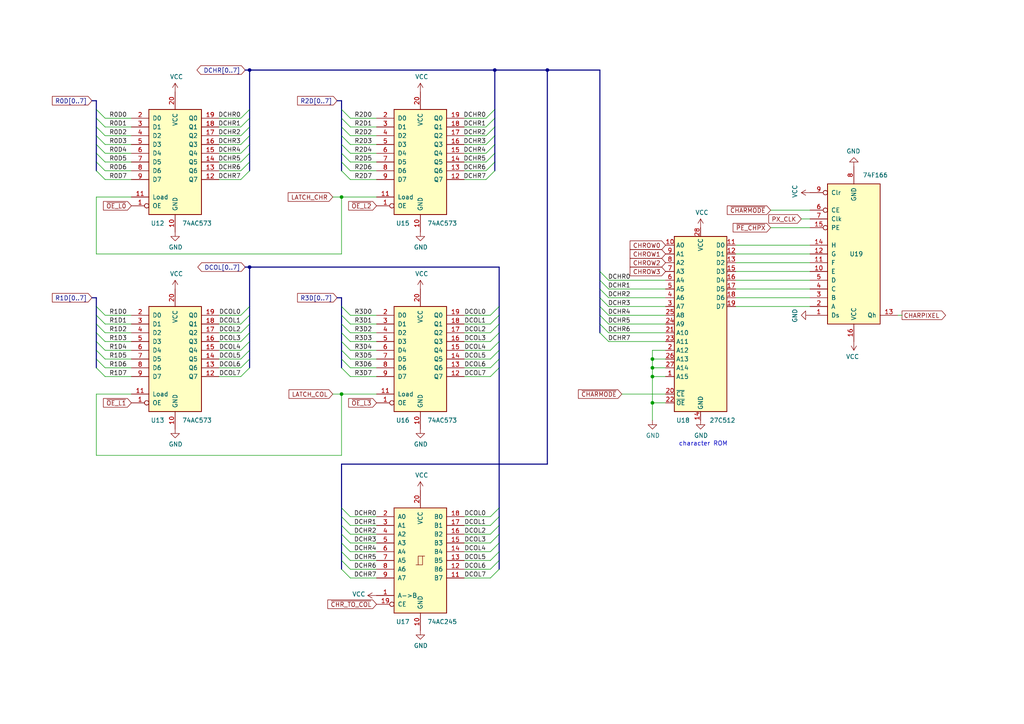
<source format=kicad_sch>
(kicad_sch (version 20230121) (generator eeschema)
  (paper "A4")
  (title_block (title "Mini8086 VGA board") (rev "1.1"))
  (lib_symbols
    (symbol "74xx:74HC245" (pin_names (offset 1.016))
      (property "Reference" "U" (at -7.62 16.51 0))
      (property "Value" "74HC245" (at -7.62 -16.51 0))
      (symbol "74HC245_1_0"
        (polyline (pts (xy -0.635 -1.27) (xy -0.635 1.27) (xy 0.635 1.27)))
        (polyline (pts (xy -1.27 -1.27) (xy 0.635 -1.27) (xy 0.635 1.27) (xy 1.27 1.27)))
        (pin input line (at -12.7 -10.16 0) (length 5.08) (name "A->B") (number "1"))
        (pin power_in line (at 0 -20.32 90) (length 5.08) (name "GND") (number "10"))
        (pin tri_state line (at 12.7 -5.08 180) (length 5.08) (name "B7") (number "11"))
        (pin tri_state line (at 12.7 -2.54 180) (length 5.08) (name "B6") (number "12"))
        (pin tri_state line (at 12.7 0 180) (length 5.08) (name "B5") (number "13"))
        (pin tri_state line (at 12.7 2.54 180) (length 5.08) (name "B4") (number "14"))
        (pin tri_state line (at 12.7 5.08 180) (length 5.08) (name "B3") (number "15"))
        (pin tri_state line (at 12.7 7.62 180) (length 5.08) (name "B2") (number "16"))
        (pin tri_state line (at 12.7 10.16 180) (length 5.08) (name "B1") (number "17"))
        (pin tri_state line (at 12.7 12.7 180) (length 5.08) (name "B0") (number "18"))
        (pin input inverted (at -12.7 -12.7 0) (length 5.08) (name "CE") (number "19"))
        (pin tri_state line (at -12.7 12.7 0) (length 5.08) (name "A0") (number "2"))
        (pin power_in line (at 0 20.32 270) (length 5.08) (name "VCC") (number "20"))
        (pin tri_state line (at -12.7 10.16 0) (length 5.08) (name "A1") (number "3"))
        (pin tri_state line (at -12.7 7.62 0) (length 5.08) (name "A2") (number "4"))
        (pin tri_state line (at -12.7 5.08 0) (length 5.08) (name "A3") (number "5"))
        (pin tri_state line (at -12.7 2.54 0) (length 5.08) (name "A4") (number "6"))
        (pin tri_state line (at -12.7 0 0) (length 5.08) (name "A5") (number "7"))
        (pin tri_state line (at -12.7 -2.54 0) (length 5.08) (name "A6") (number "8"))
        (pin tri_state line (at -12.7 -5.08 0) (length 5.08) (name "A7") (number "9"))
      )
      (symbol "74HC245_1_1"
        (rectangle (start -7.62 15.24) (end 7.62 -15.24) (stroke (width 0.254)) (fill (type background)))
      )
    )
    (symbol "74xx:74LS166" (pin_names (offset 1.016))
      (property "Reference" "U" (at -7.62 21.59 0))
      (property "Value" "74LS166" (at -7.62 -21.59 0))
      (symbol "74LS166_1_0"
        (pin input line (at -12.7 17.78 0) (length 5.08) (name "Ds") (number "1"))
        (pin input line (at -12.7 5.08 0) (length 5.08) (name "E") (number "10"))
        (pin input line (at -12.7 2.54 0) (length 5.08) (name "F") (number "11"))
        (pin input line (at -12.7 0 0) (length 5.08) (name "G") (number "12"))
        (pin output line (at 12.7 17.78 180) (length 5.08) (name "Qh") (number "13"))
        (pin input line (at -12.7 -2.54 0) (length 5.08) (name "H") (number "14"))
        (pin input inverted (at -12.7 -7.62 0) (length 5.08) (name "PE") (number "15"))
        (pin power_in line (at 0 25.4 270) (length 5.08) (name "VCC") (number "16"))
        (pin input line (at -12.7 15.24 0) (length 5.08) (name "A") (number "2"))
        (pin input line (at -12.7 12.7 0) (length 5.08) (name "B") (number "3"))
        (pin input line (at -12.7 10.16 0) (length 5.08) (name "C") (number "4"))
        (pin input line (at -12.7 7.62 0) (length 5.08) (name "D") (number "5"))
        (pin input inverted (at -12.7 -12.7 0) (length 5.08) (name "CE") (number "6"))
        (pin input line (at -12.7 -10.16 0) (length 5.08) (name "Clk") (number "7"))
        (pin power_in line (at 0 -25.4 90) (length 5.08) (name "GND") (number "8"))
        (pin input inverted (at -12.7 -17.78 0) (length 5.08) (name "Clr") (number "9"))
      )
      (symbol "74LS166_1_1"
        (rectangle (start -7.62 20.32) (end 7.62 -20.32) (stroke (width 0.254)) (fill (type background)))
      )
    )
    (symbol "74xx:74LS573" (pin_names (offset 1.016))
      (property "Reference" "U" (at -7.62 16.51 0))
      (property "Value" "74LS573" (at -7.62 -16.51 0))
      (symbol "74LS573_1_0"
        (pin input inverted (at -12.7 -12.7 0) (length 5.08) (name "OE") (number "1"))
        (pin power_in line (at 0 -20.32 90) (length 5.08) (name "GND") (number "10"))
        (pin input line (at -12.7 -10.16 0) (length 5.08) (name "Load") (number "11"))
        (pin tri_state line (at 12.7 -5.08 180) (length 5.08) (name "Q7") (number "12"))
        (pin tri_state line (at 12.7 -2.54 180) (length 5.08) (name "Q6") (number "13"))
        (pin tri_state line (at 12.7 0 180) (length 5.08) (name "Q5") (number "14"))
        (pin tri_state line (at 12.7 2.54 180) (length 5.08) (name "Q4") (number "15"))
        (pin tri_state line (at 12.7 5.08 180) (length 5.08) (name "Q3") (number "16"))
        (pin tri_state line (at 12.7 7.62 180) (length 5.08) (name "Q2") (number "17"))
        (pin tri_state line (at 12.7 10.16 180) (length 5.08) (name "Q1") (number "18"))
        (pin tri_state line (at 12.7 12.7 180) (length 5.08) (name "Q0") (number "19"))
        (pin input line (at -12.7 12.7 0) (length 5.08) (name "D0") (number "2"))
        (pin power_in line (at 0 20.32 270) (length 5.08) (name "VCC") (number "20"))
        (pin input line (at -12.7 10.16 0) (length 5.08) (name "D1") (number "3"))
        (pin input line (at -12.7 7.62 0) (length 5.08) (name "D2") (number "4"))
        (pin input line (at -12.7 5.08 0) (length 5.08) (name "D3") (number "5"))
        (pin input line (at -12.7 2.54 0) (length 5.08) (name "D4") (number "6"))
        (pin input line (at -12.7 0 0) (length 5.08) (name "D5") (number "7"))
        (pin input line (at -12.7 -2.54 0) (length 5.08) (name "D6") (number "8"))
        (pin input line (at -12.7 -5.08 0) (length 5.08) (name "D7") (number "9"))
      )
      (symbol "74LS573_1_1"
        (rectangle (start -7.62 15.24) (end 7.62 -15.24) (stroke (width 0.254)) (fill (type background)))
      )
    )
    (symbol "Memory_EPROM:27C512"
      (property "Reference" "U" (at -7.62 26.67 0))
      (property "Value" "27C512" (at 2.54 -26.67 0))
      (symbol "27C512_1_1"
        (rectangle (start -7.62 25.4) (end 7.62 -25.4) (stroke (width 0.254)) (fill (type background)))
        (pin input line (at -10.16 -15.24 0) (length 2.54) (name "A15") (number "1"))
        (pin input line (at -10.16 22.86 0) (length 2.54) (name "A0") (number "10"))
        (pin tri_state line (at 10.16 22.86 180) (length 2.54) (name "D0") (number "11"))
        (pin tri_state line (at 10.16 20.32 180) (length 2.54) (name "D1") (number "12"))
        (pin tri_state line (at 10.16 17.78 180) (length 2.54) (name "D2") (number "13"))
        (pin power_in line (at 0 -27.94 90) (length 2.54) (name "GND") (number "14"))
        (pin tri_state line (at 10.16 15.24 180) (length 2.54) (name "D3") (number "15"))
        (pin tri_state line (at 10.16 12.7 180) (length 2.54) (name "D4") (number "16"))
        (pin tri_state line (at 10.16 10.16 180) (length 2.54) (name "D5") (number "17"))
        (pin tri_state line (at 10.16 7.62 180) (length 2.54) (name "D6") (number "18"))
        (pin tri_state line (at 10.16 5.08 180) (length 2.54) (name "D7") (number "19"))
        (pin input line (at -10.16 -7.62 0) (length 2.54) (name "A12") (number "2"))
        (pin input line (at -10.16 -20.32 0) (length 2.54) (name "~{CE}") (number "20"))
        (pin input line (at -10.16 -2.54 0) (length 2.54) (name "A10") (number "21"))
        (pin input line (at -10.16 -22.86 0) (length 2.54) (name "~{OE}") (number "22"))
        (pin input line (at -10.16 -5.08 0) (length 2.54) (name "A11") (number "23"))
        (pin input line (at -10.16 0 0) (length 2.54) (name "A9") (number "24"))
        (pin input line (at -10.16 2.54 0) (length 2.54) (name "A8") (number "25"))
        (pin input line (at -10.16 -10.16 0) (length 2.54) (name "A13") (number "26"))
        (pin input line (at -10.16 -12.7 0) (length 2.54) (name "A14") (number "27"))
        (pin power_in line (at 0 27.94 270) (length 2.54) (name "VCC") (number "28"))
        (pin input line (at -10.16 5.08 0) (length 2.54) (name "A7") (number "3"))
        (pin input line (at -10.16 7.62 0) (length 2.54) (name "A6") (number "4"))
        (pin input line (at -10.16 10.16 0) (length 2.54) (name "A5") (number "5"))
        (pin input line (at -10.16 12.7 0) (length 2.54) (name "A4") (number "6"))
        (pin input line (at -10.16 15.24 0) (length 2.54) (name "A3") (number "7"))
        (pin input line (at -10.16 17.78 0) (length 2.54) (name "A2") (number "8"))
        (pin input line (at -10.16 20.32 0) (length 2.54) (name "A1") (number "9"))
      )
    )
    (symbol "power:GND" (power) (pin_names (offset 0))
      (property "Value" "GND" (at 0 -3.81 0))
      (symbol "GND_0_1"
        (polyline (pts (xy 0 0) (xy 0 -1.27) (xy 1.27 -1.27) (xy 0 -2.54) (xy -1.27 -1.27) (xy 0 -1.27)))
      )
      (symbol "GND_1_1"
        (pin power_in line (at 0 0 270) (length 0) hide (name "GND") (number "1"))
      )
    )
    (symbol "power:VCC" (power) (pin_names (offset 0))
      (property "Value" "VCC" (at 0 3.81 0))
      (symbol "VCC_0_1"
        (polyline (pts (xy -0.762 1.27) (xy 0 2.54)))
        (polyline (pts (xy 0 0) (xy 0 2.54)))
        (polyline (pts (xy 0 2.54) (xy 0.762 1.27)))
      )
      (symbol "VCC_1_1"
        (pin power_in line (at 0 0 90) (length 0) hide (name "VCC") (number "1"))
      )
    )
  )
  (junction (at 72.39 77.47))
  (junction (at 158.75 20.32))
  (junction (at 189.23 109.22))
  (junction (at 189.23 116.84))
  (junction (at 72.39 20.32))
  (junction (at 189.23 106.68))
  (junction (at 143.51 20.32))
  (junction (at 189.23 104.14))
  (junction (at 99.06 114.3))
  (junction (at 99.06 57.15))
  (bus_entry (at 27.94 36.83) (size 2.54 2.54))
  (bus_entry (at 99.06 104.14) (size 2.54 2.54))
  (bus_entry (at 27.94 44.45) (size 2.54 2.54))
  (bus_entry (at 144.78 96.52) (size -2.54 2.54))
  (bus_entry (at 99.06 99.06) (size 2.54 2.54))
  (bus_entry (at 72.39 34.29) (size -2.54 2.54))
  (bus_entry (at 99.06 157.48) (size 2.54 2.54))
  (bus_entry (at 99.06 96.52) (size 2.54 2.54))
  (bus_entry (at 99.06 44.45) (size 2.54 2.54))
  (bus_entry (at 72.39 91.44) (size -2.54 2.54))
  (bus_entry (at 27.94 101.6) (size 2.54 2.54))
  (bus_entry (at 173.99 83.82) (size 2.54 2.54))
  (bus_entry (at 173.99 86.36) (size 2.54 2.54))
  (bus_entry (at 99.06 147.32) (size 2.54 2.54))
  (bus_entry (at 27.94 39.37) (size 2.54 2.54))
  (bus_entry (at 72.39 93.98) (size -2.54 2.54))
  (bus_entry (at 144.78 88.9) (size -2.54 2.54))
  (bus_entry (at 144.78 157.48) (size -2.54 2.54))
  (bus_entry (at 99.06 36.83) (size 2.54 2.54))
  (bus_entry (at 27.94 93.98) (size 2.54 2.54))
  (bus_entry (at 99.06 160.02) (size 2.54 2.54))
  (bus_entry (at 144.78 149.86) (size -2.54 2.54))
  (bus_entry (at 144.78 101.6) (size -2.54 2.54))
  (bus_entry (at 143.51 49.53) (size -2.54 2.54))
  (bus_entry (at 99.06 162.56) (size 2.54 2.54))
  (bus_entry (at 99.06 31.75) (size 2.54 2.54))
  (bus_entry (at 143.51 41.91) (size -2.54 2.54))
  (bus_entry (at 99.06 39.37) (size 2.54 2.54))
  (bus_entry (at 72.39 44.45) (size -2.54 2.54))
  (bus_entry (at 173.99 91.44) (size 2.54 2.54))
  (bus_entry (at 27.94 31.75) (size 2.54 2.54))
  (bus_entry (at 143.51 46.99) (size -2.54 2.54))
  (bus_entry (at 143.51 36.83) (size -2.54 2.54))
  (bus_entry (at 99.06 91.44) (size 2.54 2.54))
  (bus_entry (at 144.78 160.02) (size -2.54 2.54))
  (bus_entry (at 144.78 152.4) (size -2.54 2.54))
  (bus_entry (at 99.06 34.29) (size 2.54 2.54))
  (bus_entry (at 144.78 106.68) (size -2.54 2.54))
  (bus_entry (at 99.06 93.98) (size 2.54 2.54))
  (bus_entry (at 99.06 46.99) (size 2.54 2.54))
  (bus_entry (at 27.94 49.53) (size 2.54 2.54))
  (bus_entry (at 72.39 88.9) (size -2.54 2.54))
  (bus_entry (at 173.99 96.52) (size 2.54 2.54))
  (bus_entry (at 99.06 101.6) (size 2.54 2.54))
  (bus_entry (at 99.06 152.4) (size 2.54 2.54))
  (bus_entry (at 72.39 36.83) (size -2.54 2.54))
  (bus_entry (at 27.94 46.99) (size 2.54 2.54))
  (bus_entry (at 27.94 104.14) (size 2.54 2.54))
  (bus_entry (at 173.99 78.74) (size 2.54 2.54))
  (bus_entry (at 99.06 149.86) (size 2.54 2.54))
  (bus_entry (at 173.99 93.98) (size 2.54 2.54))
  (bus_entry (at 72.39 41.91) (size -2.54 2.54))
  (bus_entry (at 72.39 106.68) (size -2.54 2.54))
  (bus_entry (at 143.51 39.37) (size -2.54 2.54))
  (bus_entry (at 99.06 49.53) (size 2.54 2.54))
  (bus_entry (at 173.99 88.9) (size 2.54 2.54))
  (bus_entry (at 72.39 104.14) (size -2.54 2.54))
  (bus_entry (at 99.06 106.68) (size 2.54 2.54))
  (bus_entry (at 144.78 154.94) (size -2.54 2.54))
  (bus_entry (at 99.06 41.91) (size 2.54 2.54))
  (bus_entry (at 27.94 34.29) (size 2.54 2.54))
  (bus_entry (at 27.94 88.9) (size 2.54 2.54))
  (bus_entry (at 99.06 165.1) (size 2.54 2.54))
  (bus_entry (at 144.78 147.32) (size -2.54 2.54))
  (bus_entry (at 144.78 165.1) (size -2.54 2.54))
  (bus_entry (at 144.78 162.56) (size -2.54 2.54))
  (bus_entry (at 72.39 96.52) (size -2.54 2.54))
  (bus_entry (at 72.39 49.53) (size -2.54 2.54))
  (bus_entry (at 27.94 99.06) (size 2.54 2.54))
  (bus_entry (at 144.78 93.98) (size -2.54 2.54))
  (bus_entry (at 99.06 88.9) (size 2.54 2.54))
  (bus_entry (at 72.39 31.75) (size -2.54 2.54))
  (bus_entry (at 144.78 91.44) (size -2.54 2.54))
  (bus_entry (at 27.94 91.44) (size 2.54 2.54))
  (bus_entry (at 27.94 106.68) (size 2.54 2.54))
  (bus_entry (at 143.51 34.29) (size -2.54 2.54))
  (bus_entry (at 173.99 81.28) (size 2.54 2.54))
  (bus_entry (at 72.39 39.37) (size -2.54 2.54))
  (bus_entry (at 144.78 104.14) (size -2.54 2.54))
  (bus_entry (at 72.39 99.06) (size -2.54 2.54))
  (bus_entry (at 27.94 41.91) (size 2.54 2.54))
  (bus_entry (at 72.39 46.99) (size -2.54 2.54))
  (bus_entry (at 143.51 44.45) (size -2.54 2.54))
  (bus_entry (at 72.39 101.6) (size -2.54 2.54))
  (bus_entry (at 99.06 154.94) (size 2.54 2.54))
  (bus_entry (at 27.94 96.52) (size 2.54 2.54))
  (bus_entry (at 143.51 31.75) (size -2.54 2.54))
  (bus_entry (at 144.78 99.06) (size -2.54 2.54))
  (bus (pts (xy 144.78 157.48) (xy 144.78 160.02)))
  (wire (pts (xy 30.48 96.52) (xy 38.1 96.52)))
  (bus (pts (xy 72.39 91.44) (xy 72.39 93.98)))
  (wire (pts (xy 109.22 93.98) (xy 101.6 93.98)))
  (bus (pts (xy 72.39 44.45) (xy 72.39 46.99)))
  (bus (pts (xy 72.39 96.52) (xy 72.39 99.06)))
  (wire (pts (xy 109.22 36.83) (xy 101.6 36.83)))
  (wire (pts (xy 27.94 132.08) (xy 99.06 132.08)))
  (bus (pts (xy 144.78 162.56) (xy 144.78 165.1)))
  (wire (pts (xy 63.5 109.22) (xy 69.85 109.22)))
  (bus (pts (xy 144.78 152.4) (xy 144.78 154.94)))
  (bus (pts (xy 27.94 36.83) (xy 27.94 39.37)))
  (wire (pts (xy 180.34 114.3) (xy 193.04 114.3)))
  (bus (pts (xy 27.94 31.75) (xy 27.94 34.29)))
  (wire (pts (xy 234.95 71.12) (xy 213.36 71.12)))
  (bus (pts (xy 144.78 77.47) (xy 144.78 88.9)))
  (bus (pts (xy 143.51 20.32) (xy 72.39 20.32)))
  (wire (pts (xy 142.24 152.4) (xy 134.62 152.4)))
  (bus (pts (xy 99.06 162.56) (xy 99.06 165.1)))
  (wire (pts (xy 193.04 109.22) (xy 189.23 109.22)))
  (wire (pts (xy 260.35 91.44) (xy 261.62 91.44)))
  (bus (pts (xy 99.06 152.4) (xy 99.06 154.94)))
  (bus (pts (xy 27.94 96.52) (xy 27.94 99.06)))
  (wire (pts (xy 134.62 36.83) (xy 140.97 36.83)))
  (bus (pts (xy 144.78 149.86) (xy 144.78 152.4)))
  (wire (pts (xy 99.06 57.15) (xy 109.22 57.15)))
  (wire (pts (xy 234.95 76.2) (xy 213.36 76.2)))
  (wire (pts (xy 99.06 132.08) (xy 99.06 114.3)))
  (bus (pts (xy 99.06 157.48) (xy 99.06 160.02)))
  (wire (pts (xy 134.62 93.98) (xy 142.24 93.98)))
  (wire (pts (xy 109.22 99.06) (xy 101.6 99.06)))
  (wire (pts (xy 193.04 86.36) (xy 176.53 86.36)))
  (bus (pts (xy 158.75 134.62) (xy 99.06 134.62)))
  (wire (pts (xy 101.6 162.56) (xy 109.22 162.56)))
  (wire (pts (xy 193.04 93.98) (xy 176.53 93.98)))
  (bus (pts (xy 158.75 20.32) (xy 158.75 134.62)))
  (wire (pts (xy 69.85 49.53) (xy 63.5 49.53)))
  (wire (pts (xy 109.22 41.91) (xy 101.6 41.91)))
  (bus (pts (xy 173.99 86.36) (xy 173.99 88.9)))
  (bus (pts (xy 143.51 34.29) (xy 143.51 36.83)))
  (wire (pts (xy 30.48 91.44) (xy 38.1 91.44)))
  (wire (pts (xy 142.24 157.48) (xy 134.62 157.48)))
  (wire (pts (xy 193.04 116.84) (xy 189.23 116.84)))
  (wire (pts (xy 30.48 106.68) (xy 38.1 106.68)))
  (bus (pts (xy 143.51 20.32) (xy 143.51 31.75)))
  (wire (pts (xy 134.62 96.52) (xy 142.24 96.52)))
  (bus (pts (xy 72.39 99.06) (xy 72.39 101.6)))
  (wire (pts (xy 109.22 160.02) (xy 101.6 160.02)))
  (bus (pts (xy 99.06 46.99) (xy 99.06 49.53)))
  (wire (pts (xy 38.1 109.22) (xy 30.48 109.22)))
  (wire (pts (xy 134.62 104.14) (xy 142.24 104.14)))
  (bus (pts (xy 27.94 39.37) (xy 27.94 41.91)))
  (wire (pts (xy 193.04 106.68) (xy 189.23 106.68)))
  (bus (pts (xy 72.39 31.75) (xy 72.39 34.29)))
  (wire (pts (xy 193.04 83.82) (xy 176.53 83.82)))
  (wire (pts (xy 63.5 99.06) (xy 69.85 99.06)))
  (bus (pts (xy 99.06 88.9) (xy 99.06 91.44)))
  (bus (pts (xy 144.78 93.98) (xy 144.78 96.52)))
  (wire (pts (xy 189.23 104.14) (xy 189.23 106.68)))
  (wire (pts (xy 193.04 88.9) (xy 176.53 88.9)))
  (wire (pts (xy 193.04 91.44) (xy 176.53 91.44)))
  (bus (pts (xy 27.94 91.44) (xy 27.94 93.98)))
  (bus (pts (xy 99.06 29.21) (xy 97.79 29.21)))
  (bus (pts (xy 27.94 46.99) (xy 27.94 49.53)))
  (wire (pts (xy 30.48 49.53) (xy 38.1 49.53)))
  (wire (pts (xy 134.62 99.06) (xy 142.24 99.06)))
  (wire (pts (xy 142.24 106.68) (xy 134.62 106.68)))
  (bus (pts (xy 27.94 29.21) (xy 26.67 29.21)))
  (wire (pts (xy 134.62 165.1) (xy 142.24 165.1)))
  (bus (pts (xy 144.78 88.9) (xy 144.78 91.44)))
  (wire (pts (xy 101.6 96.52) (xy 109.22 96.52)))
  (bus (pts (xy 72.39 77.47) (xy 72.39 88.9)))
  (bus (pts (xy 143.51 39.37) (xy 143.51 41.91)))
  (bus (pts (xy 144.78 101.6) (xy 144.78 104.14)))
  (wire (pts (xy 38.1 57.15) (xy 27.94 57.15)))
  (bus (pts (xy 27.94 99.06) (xy 27.94 101.6)))
  (bus (pts (xy 99.06 41.91) (xy 99.06 44.45)))
  (wire (pts (xy 134.62 39.37) (xy 140.97 39.37)))
  (bus (pts (xy 99.06 149.86) (xy 99.06 152.4)))
  (wire (pts (xy 193.04 81.28) (xy 176.53 81.28)))
  (wire (pts (xy 193.04 96.52) (xy 176.53 96.52)))
  (wire (pts (xy 101.6 91.44) (xy 109.22 91.44)))
  (bus (pts (xy 99.06 101.6) (xy 99.06 104.14)))
  (bus (pts (xy 143.51 31.75) (xy 143.51 34.29)))
  (bus (pts (xy 72.39 41.91) (xy 72.39 44.45)))
  (wire (pts (xy 63.5 96.52) (xy 69.85 96.52)))
  (wire (pts (xy 27.94 57.15) (xy 27.94 73.66)))
  (wire (pts (xy 189.23 106.68) (xy 189.23 109.22)))
  (bus (pts (xy 27.94 44.45) (xy 27.94 46.99)))
  (wire (pts (xy 213.36 83.82) (xy 234.95 83.82)))
  (bus (pts (xy 144.78 96.52) (xy 144.78 99.06)))
  (wire (pts (xy 189.23 101.6) (xy 189.23 104.14)))
  (bus (pts (xy 99.06 29.21) (xy 99.06 31.75)))
  (wire (pts (xy 63.5 39.37) (xy 69.85 39.37)))
  (wire (pts (xy 234.95 63.5) (xy 232.41 63.5)))
  (bus (pts (xy 99.06 31.75) (xy 99.06 34.29)))
  (wire (pts (xy 101.6 39.37) (xy 109.22 39.37)))
  (wire (pts (xy 234.95 86.36) (xy 213.36 86.36)))
  (wire (pts (xy 189.23 109.22) (xy 189.23 116.84)))
  (wire (pts (xy 63.5 91.44) (xy 69.85 91.44)))
  (wire (pts (xy 63.5 104.14) (xy 69.85 104.14)))
  (wire (pts (xy 142.24 149.86) (xy 134.62 149.86)))
  (wire (pts (xy 109.22 52.07) (xy 101.6 52.07)))
  (wire (pts (xy 38.1 104.14) (xy 30.48 104.14)))
  (wire (pts (xy 27.94 73.66) (xy 99.06 73.66)))
  (wire (pts (xy 109.22 149.86) (xy 101.6 149.86)))
  (wire (pts (xy 30.48 101.6) (xy 38.1 101.6)))
  (wire (pts (xy 38.1 41.91) (xy 30.48 41.91)))
  (wire (pts (xy 30.48 39.37) (xy 38.1 39.37)))
  (bus (pts (xy 173.99 81.28) (xy 173.99 83.82)))
  (bus (pts (xy 99.06 36.83) (xy 99.06 39.37)))
  (bus (pts (xy 72.39 88.9) (xy 72.39 91.44)))
  (bus (pts (xy 99.06 93.98) (xy 99.06 96.52)))
  (bus (pts (xy 144.78 160.02) (xy 144.78 162.56)))
  (bus (pts (xy 99.06 104.14) (xy 99.06 106.68)))
  (wire (pts (xy 134.62 109.22) (xy 142.24 109.22)))
  (bus (pts (xy 144.78 91.44) (xy 144.78 93.98)))
  (bus (pts (xy 27.94 88.9) (xy 27.94 91.44)))
  (wire (pts (xy 134.62 41.91) (xy 140.97 41.91)))
  (bus (pts (xy 72.39 77.47) (xy 71.12 77.47)))
  (bus (pts (xy 27.94 93.98) (xy 27.94 96.52)))
  (wire (pts (xy 189.23 116.84) (xy 189.23 121.92)))
  (wire (pts (xy 134.62 160.02) (xy 142.24 160.02)))
  (wire (pts (xy 96.52 114.3) (xy 99.06 114.3)))
  (bus (pts (xy 144.78 104.14) (xy 144.78 106.68)))
  (bus (pts (xy 173.99 91.44) (xy 173.99 93.98)))
  (bus (pts (xy 27.94 101.6) (xy 27.94 104.14)))
  (bus (pts (xy 72.39 20.32) (xy 71.12 20.32)))
  (wire (pts (xy 96.52 57.15) (xy 99.06 57.15)))
  (wire (pts (xy 193.04 99.06) (xy 176.53 99.06)))
  (bus (pts (xy 173.99 83.82) (xy 173.99 86.36)))
  (bus (pts (xy 144.78 154.94) (xy 144.78 157.48)))
  (wire (pts (xy 140.97 44.45) (xy 134.62 44.45)))
  (wire (pts (xy 27.94 114.3) (xy 38.1 114.3)))
  (bus (pts (xy 72.39 20.32) (xy 72.39 31.75)))
  (wire (pts (xy 134.62 91.44) (xy 142.24 91.44)))
  (wire (pts (xy 101.6 106.68) (xy 109.22 106.68)))
  (wire (pts (xy 134.62 52.07) (xy 140.97 52.07)))
  (wire (pts (xy 234.95 66.04) (xy 223.52 66.04)))
  (wire (pts (xy 101.6 152.4) (xy 109.22 152.4)))
  (bus (pts (xy 72.39 46.99) (xy 72.39 49.53)))
  (wire (pts (xy 193.04 101.6) (xy 189.23 101.6)))
  (wire (pts (xy 109.22 165.1) (xy 101.6 165.1)))
  (bus (pts (xy 173.99 20.32) (xy 158.75 20.32)))
  (wire (pts (xy 38.1 46.99) (xy 30.48 46.99)))
  (bus (pts (xy 72.39 34.29) (xy 72.39 36.83)))
  (bus (pts (xy 27.94 29.21) (xy 27.94 31.75)))
  (wire (pts (xy 101.6 101.6) (xy 109.22 101.6)))
  (bus (pts (xy 173.99 93.98) (xy 173.99 96.52)))
  (bus (pts (xy 99.06 96.52) (xy 99.06 99.06)))
  (wire (pts (xy 63.5 41.91) (xy 69.85 41.91)))
  (wire (pts (xy 142.24 101.6) (xy 134.62 101.6)))
  (bus (pts (xy 143.51 44.45) (xy 143.51 46.99)))
  (wire (pts (xy 63.5 93.98) (xy 69.85 93.98)))
  (bus (pts (xy 158.75 20.32) (xy 143.51 20.32)))
  (bus (pts (xy 99.06 34.29) (xy 99.06 36.83)))
  (bus (pts (xy 99.06 134.62) (xy 99.06 147.32)))
  (wire (pts (xy 193.04 104.14) (xy 189.23 104.14)))
  (bus (pts (xy 99.06 44.45) (xy 99.06 46.99)))
  (wire (pts (xy 63.5 34.29) (xy 69.85 34.29)))
  (bus (pts (xy 173.99 88.9) (xy 173.99 91.44)))
  (wire (pts (xy 69.85 44.45) (xy 63.5 44.45)))
  (bus (pts (xy 99.06 99.06) (xy 99.06 101.6)))
  (wire (pts (xy 38.1 93.98) (xy 30.48 93.98)))
  (bus (pts (xy 144.78 99.06) (xy 144.78 101.6)))
  (bus (pts (xy 72.39 93.98) (xy 72.39 96.52)))
  (wire (pts (xy 63.5 46.99) (xy 69.85 46.99)))
  (wire (pts (xy 99.06 73.66) (xy 99.06 57.15)))
  (wire (pts (xy 101.6 167.64) (xy 109.22 167.64)))
  (bus (pts (xy 99.06 86.36) (xy 97.79 86.36)))
  (bus (pts (xy 72.39 104.14) (xy 72.39 106.68)))
  (wire (pts (xy 101.6 44.45) (xy 109.22 44.45)))
  (wire (pts (xy 134.62 154.94) (xy 142.24 154.94)))
  (wire (pts (xy 134.62 34.29) (xy 140.97 34.29)))
  (wire (pts (xy 101.6 157.48) (xy 109.22 157.48)))
  (wire (pts (xy 134.62 46.99) (xy 140.97 46.99)))
  (wire (pts (xy 109.22 109.22) (xy 101.6 109.22)))
  (bus (pts (xy 173.99 20.32) (xy 173.99 78.74)))
  (wire (pts (xy 109.22 154.94) (xy 101.6 154.94)))
  (bus (pts (xy 27.94 34.29) (xy 27.94 36.83)))
  (bus (pts (xy 26.67 86.36) (xy 27.94 86.36)))
  (wire (pts (xy 38.1 36.83) (xy 30.48 36.83)))
  (wire (pts (xy 27.94 114.3) (xy 27.94 132.08)))
  (wire (pts (xy 101.6 49.53) (xy 109.22 49.53)))
  (wire (pts (xy 69.85 106.68) (xy 63.5 106.68)))
  (bus (pts (xy 143.51 41.91) (xy 143.51 44.45)))
  (wire (pts (xy 63.5 52.07) (xy 69.85 52.07)))
  (bus (pts (xy 99.06 91.44) (xy 99.06 93.98)))
  (wire (pts (xy 101.6 34.29) (xy 109.22 34.29)))
  (bus (pts (xy 99.06 154.94) (xy 99.06 157.48)))
  (bus (pts (xy 27.94 104.14) (xy 27.94 106.68)))
  (wire (pts (xy 109.22 114.3) (xy 99.06 114.3)))
  (wire (pts (xy 140.97 49.53) (xy 134.62 49.53)))
  (bus (pts (xy 144.78 147.32) (xy 144.78 149.86)))
  (wire (pts (xy 213.36 73.66) (xy 234.95 73.66)))
  (wire (pts (xy 109.22 104.14) (xy 101.6 104.14)))
  (wire (pts (xy 38.1 99.06) (xy 30.48 99.06)))
  (wire (pts (xy 30.48 34.29) (xy 38.1 34.29)))
  (wire (pts (xy 38.1 52.07) (xy 30.48 52.07)))
  (bus (pts (xy 99.06 160.02) (xy 99.06 162.56)))
  (bus (pts (xy 173.99 78.74) (xy 173.99 81.28)))
  (wire (pts (xy 142.24 167.64) (xy 134.62 167.64)))
  (wire (pts (xy 69.85 101.6) (xy 63.5 101.6)))
  (bus (pts (xy 72.39 39.37) (xy 72.39 41.91)))
  (bus (pts (xy 72.39 36.83) (xy 72.39 39.37)))
  (bus (pts (xy 72.39 77.47) (xy 144.78 77.47)))
  (bus (pts (xy 143.51 36.83) (xy 143.51 39.37)))
  (wire (pts (xy 63.5 36.83) (xy 69.85 36.83)))
  (bus (pts (xy 144.78 106.68) (xy 144.78 147.32)))
  (bus (pts (xy 72.39 101.6) (xy 72.39 104.14)))
  (wire (pts (xy 30.48 44.45) (xy 38.1 44.45)))
  (wire (pts (xy 234.95 60.96) (xy 223.52 60.96)))
  (wire (pts (xy 109.22 46.99) (xy 101.6 46.99)))
  (bus (pts (xy 99.06 39.37) (xy 99.06 41.91)))
  (wire (pts (xy 234.95 88.9) (xy 213.36 88.9)))
  (bus (pts (xy 99.06 86.36) (xy 99.06 88.9)))
  (wire (pts (xy 234.95 81.28) (xy 213.36 81.28)))
  (wire (pts (xy 142.24 162.56) (xy 134.62 162.56)))
  (bus (pts (xy 27.94 86.36) (xy 27.94 88.9)))
  (bus (pts (xy 99.06 147.32) (xy 99.06 149.86)))
  (wire (pts (xy 213.36 78.74) (xy 234.95 78.74)))
  (bus (pts (xy 27.94 41.91) (xy 27.94 44.45)))
  (bus (pts (xy 143.51 46.99) (xy 143.51 49.53)))
  (text "character ROM" (at 196.85 129.54 0) (effects (font (size 1.27 1.27)) (justify left bottom)))
  (label "R3D6" (at 107.95 106.68 180))
  (label "DCOL3" (at 140.97 157.48 180))
  (label "DCOL2" (at 140.97 96.52 180))
  (label "R0D2" (at 36.83 39.37 180))
  (label "DCHR1" (at 69.85 36.83 180))
  (label "DCHR5" (at 140.97 46.99 180))
  (label "R3D0" (at 107.95 91.44 180))
  (label "R1D7" (at 36.83 109.22 180))
  (label "DCHR0" (at 182.88 81.28 180))
  (label "R2D6" (at 107.95 49.53 180))
  (label "DCHR7" (at 109.22 167.64 180))
  (label "DCOL1" (at 140.97 93.98 180))
  (label "DCOL4" (at 140.97 101.6 180))
  (label "DCHR5" (at 182.88 93.98 180))
  (label "DCHR4" (at 140.97 44.45 180))
  (label "DCHR2" (at 109.22 154.94 180))
  (label "DCHR2" (at 69.85 39.37 180))
  (label "R3D7" (at 107.95 109.22 180))
  (label "R2D7" (at 107.95 52.07 180))
  (label "R1D3" (at 36.83 99.06 180))
  (label "R3D1" (at 107.95 93.98 180))
  (label "DCOL4" (at 69.85 101.6 180))
  (label "R1D1" (at 36.83 93.98 180))
  (label "R1D6" (at 36.83 106.68 180))
  (label "DCHR3" (at 140.97 41.91 180))
  (label "DCHR1" (at 182.88 83.82 180))
  (label "R0D6" (at 36.83 49.53 180))
  (label "DCOL3" (at 140.97 99.06 180))
  (label "DCOL5" (at 69.85 104.14 180))
  (label "R0D5" (at 36.83 46.99 180))
  (label "DCOL2" (at 69.85 96.52 180))
  (label "R0D3" (at 36.83 41.91 180))
  (label "R2D3" (at 107.95 41.91 180))
  (label "R2D4" (at 107.95 44.45 180))
  (label "DCOL2" (at 140.97 154.94 180))
  (label "DCHR0" (at 140.97 34.29 180))
  (label "DCHR6" (at 140.97 49.53 180))
  (label "DCOL0" (at 69.85 91.44 180))
  (label "R1D2" (at 36.83 96.52 180))
  (label "R2D0" (at 107.95 34.29 180))
  (label "R0D4" (at 36.83 44.45 180))
  (label "DCOL6" (at 140.97 106.68 180))
  (label "DCHR1" (at 109.22 152.4 180))
  (label "R3D2" (at 107.95 96.52 180))
  (label "R2D1" (at 107.95 36.83 180))
  (label "DCOL6" (at 140.97 165.1 180))
  (label "DCHR4" (at 109.22 160.02 180))
  (label "DCOL3" (at 69.85 99.06 180))
  (label "R0D0" (at 36.83 34.29 180))
  (label "DCHR3" (at 69.85 41.91 180))
  (label "R3D3" (at 107.95 99.06 180))
  (label "R1D0" (at 36.83 91.44 180))
  (label "DCOL1" (at 140.97 152.4 180))
  (label "R1D5" (at 36.83 104.14 180))
  (label "DCOL5" (at 140.97 162.56 180))
  (label "DCHR0" (at 109.22 149.86 180))
  (label "DCHR3" (at 109.22 157.48 180))
  (label "DCHR2" (at 140.97 39.37 180))
  (label "DCHR4" (at 69.85 44.45 180))
  (label "DCHR3" (at 182.88 88.9 180))
  (label "DCHR1" (at 140.97 36.83 180))
  (label "DCHR5" (at 69.85 46.99 180))
  (label "DCHR4" (at 182.88 91.44 180))
  (label "R1D4" (at 36.83 101.6 180))
  (label "R2D2" (at 107.95 39.37 180))
  (label "DCOL5" (at 140.97 104.14 180))
  (label "R2D5" (at 107.95 46.99 180))
  (label "DCOL6" (at 69.85 106.68 180))
  (label "DCHR6" (at 109.22 165.1 180))
  (label "DCHR5" (at 109.22 162.56 180))
  (label "DCHR7" (at 182.88 99.06 180))
  (label "DCOL7" (at 140.97 167.64 180))
  (label "DCHR6" (at 69.85 49.53 180))
  (label "DCOL1" (at 69.85 93.98 180))
  (label "R3D5" (at 107.95 104.14 180))
  (label "DCHR7" (at 69.85 52.07 180))
  (label "DCOL4" (at 140.97 160.02 180))
  (label "R0D1" (at 36.83 36.83 180))
  (label "DCHR2" (at 182.88 86.36 180))
  (label "DCHR7" (at 140.97 52.07 180))
  (label "DCOL0" (at 140.97 149.86 180))
  (label "R3D4" (at 107.95 101.6 180))
  (label "DCOL0" (at 140.97 91.44 180))
  (label "DCOL7" (at 140.97 109.22 180))
  (label "DCHR0" (at 69.85 34.29 180))
  (label "DCOL7" (at 69.85 109.22 180))
  (label "R0D7" (at 36.83 52.07 180))
  (label "DCHR6" (at 182.88 96.52 180))
  (global_label "CHARPIXEL" (shape output) (at 261.62 91.44 0) (property "Intersheetrefs" "${INTERSHEET_REFS}" (effects hide)))
  (global_label "R1D[0..7]" (shape input) (at 26.67 86.36 180) (property "Intersheetrefs" "${INTERSHEET_REFS}" (effects hide)))
  (global_label "LATCH_CHR" (shape input) (at 96.52 57.15 180) (property "Intersheetrefs" "${INTERSHEET_REFS}" (effects hide)))
  (global_label "CHROW1" (shape input) (at 193.04 73.66 180) (property "Intersheetrefs" "${INTERSHEET_REFS}" (effects hide)))
  (global_label "CHROW3" (shape input) (at 193.04 78.74 180) (property "Intersheetrefs" "${INTERSHEET_REFS}" (effects hide)))
  (global_label "LATCH_COL" (shape input) (at 96.52 114.3 180) (property "Intersheetrefs" "${INTERSHEET_REFS}" (effects hide)))
  (global_label "R2D[0..7]" (shape input) (at 97.79 29.21 180) (property "Intersheetrefs" "${INTERSHEET_REFS}" (effects hide)))
  (global_label "~{PE_CHPX}" (shape input) (at 223.52 66.04 180) (property "Intersheetrefs" "${INTERSHEET_REFS}" (effects hide)))
  (global_label "PX_CLK" (shape input) (at 232.41 63.5 180) (property "Intersheetrefs" "${INTERSHEET_REFS}" (effects hide)))
  (global_label "R0D[0..7]" (shape input) (at 26.67 29.21 180) (property "Intersheetrefs" "${INTERSHEET_REFS}" (effects hide)))
  (global_label "~{OE_L1}" (shape input) (at 38.1 116.84 180) (property "Intersheetrefs" "${INTERSHEET_REFS}" (effects hide)))
  (global_label "CHROW2" (shape input) (at 193.04 76.2 180) (property "Intersheetrefs" "${INTERSHEET_REFS}" (effects hide)))
  (global_label "~{CHARMODE}" (shape input) (at 180.34 114.3 180) (property "Intersheetrefs" "${INTERSHEET_REFS}" (effects hide)))
  (global_label "DCOL[0..7]" (shape bidirectional) (at 71.12 77.47 180) (property "Intersheetrefs" "${INTERSHEET_REFS}" (effects hide)))
  (global_label "~{OE_L2}" (shape input) (at 109.22 59.69 180) (property "Intersheetrefs" "${INTERSHEET_REFS}" (effects hide)))
  (global_label "~{OE_L0}" (shape input) (at 38.1 59.69 180) (property "Intersheetrefs" "${INTERSHEET_REFS}" (effects hide)))
  (global_label "DCHR[0..7]" (shape bidirectional) (at 71.12 20.32 180) (property "Intersheetrefs" "${INTERSHEET_REFS}" (effects hide)))
  (global_label "~{OE_L3}" (shape input) (at 109.22 116.84 180) (property "Intersheetrefs" "${INTERSHEET_REFS}" (effects hide)))
  (global_label "~{CHR_TO_COL}" (shape input) (at 109.22 175.26 180) (property "Intersheetrefs" "${INTERSHEET_REFS}" (effects hide)))
  (global_label "R3D[0..7]" (shape input) (at 97.79 86.36 180) (property "Intersheetrefs" "${INTERSHEET_REFS}" (effects hide)))
  (global_label "CHROW0" (shape input) (at 193.04 71.12 180) (property "Intersheetrefs" "${INTERSHEET_REFS}" (effects hide)))
  (global_label "~{CHARMODE}" (shape input) (at 223.52 60.96 180) (property "Intersheetrefs" "${INTERSHEET_REFS}" (effects hide)))
  (symbol (lib_id "74xx:74LS573") (at 50.8 46.99 0) (unit 1)
    (property "Reference" "U12" (at 45.72 64.77 0))
    (property "Value" "74AC573" (at 57.15 64.77 0))
    (property "Footprint" "Package_DIP:DIP-20_W7.62mm_LongPads" (effects hide))
    (property "Datasheet" "74xx/74hc573.pdf" (effects hide))
  )
  (symbol (lib_id "power:VCC") (at 50.8 26.67 0) (unit 1)
    (property "Reference" "#PWR046" (effects hide))
    (property "Value" "VCC" (at 51.181 22.2758 0))
  )
  (symbol (lib_id "power:GND") (at 50.8 67.31 0) (unit 1)
    (property "Reference" "#PWR047" (effects hide))
    (property "Value" "GND" (at 50.927 71.7042 0))
  )
  (symbol (lib_id "74xx:74LS573") (at 50.8 104.14 0) (unit 1)
    (property "Reference" "U13" (at 45.72 121.92 0))
    (property "Value" "74AC573" (at 57.15 121.92 0))
    (property "Footprint" "Package_DIP:DIP-20_W7.62mm_LongPads" (effects hide))
    (property "Datasheet" "74xx/74hc573.pdf" (effects hide))
  )
  (symbol (lib_id "power:VCC") (at 50.8 83.82 0) (unit 1)
    (property "Reference" "#PWR048" (effects hide))
    (property "Value" "VCC" (at 51.181 79.4258 0))
  )
  (symbol (lib_id "power:GND") (at 50.8 124.46 0) (unit 1)
    (property "Reference" "#PWR049" (effects hide))
    (property "Value" "GND" (at 50.927 128.8542 0))
  )
  (symbol (lib_id "74xx:74LS573") (at 121.92 46.99 0) (unit 1)
    (property "Reference" "U15" (at 116.84 64.77 0))
    (property "Value" "74AC573" (at 128.27 64.77 0))
    (property "Footprint" "Package_DIP:DIP-20_W7.62mm_LongPads" (effects hide))
    (property "Datasheet" "74xx/74hc573.pdf" (effects hide))
  )
  (symbol (lib_id "power:VCC") (at 121.92 26.67 0) (unit 1)
    (property "Reference" "#PWR053" (effects hide))
    (property "Value" "VCC" (at 122.301 22.2758 0))
  )
  (symbol (lib_id "power:GND") (at 121.92 67.31 0) (unit 1)
    (property "Reference" "#PWR054" (effects hide))
    (property "Value" "GND" (at 122.047 71.7042 0))
  )
  (symbol (lib_id "74xx:74LS573") (at 121.92 104.14 0) (unit 1)
    (property "Reference" "U16" (at 116.84 121.92 0))
    (property "Value" "74AC573" (at 128.27 121.92 0))
    (property "Footprint" "Package_DIP:DIP-20_W7.62mm_LongPads" (effects hide))
    (property "Datasheet" "74xx/74hc573.pdf" (effects hide))
  )
  (symbol (lib_id "power:VCC") (at 121.92 83.82 0) (unit 1)
    (property "Reference" "#PWR055" (effects hide))
    (property "Value" "VCC" (at 122.301 79.4258 0))
  )
  (symbol (lib_id "power:GND") (at 121.92 124.46 0) (unit 1)
    (property "Reference" "#PWR056" (effects hide))
    (property "Value" "GND" (at 122.047 128.8542 0))
  )
  (symbol (lib_id "74xx:74LS166") (at 247.65 73.66 0) (mirror x) (unit 1)
    (property "Reference" "U19" (at 246.38 73.66 0) (effects (justify left)))
    (property "Value" "74F166" (at 250.19 50.8 0) (effects (justify left)))
    (property "Footprint" "Package_DIP:DIP-16_W7.62mm_Socket_LongPads" (effects hide))
    (property "Datasheet" "http://www.ti.com/lit/gpn/sn74LS166" (effects hide))
  )
  (symbol (lib_id "power:GND") (at 234.95 91.44 270) (unit 1)
    (property "Reference" "#PWR093" (effects hide))
    (property "Value" "GND" (at 230.5558 91.567 0))
  )
  (symbol (lib_id "power:VCC") (at 234.95 55.88 90) (unit 1)
    (property "Reference" "#PWR094" (effects hide))
    (property "Value" "VCC" (at 230.5558 55.499 0))
  )
  (symbol (lib_id "74xx:74HC245") (at 121.92 162.56 0) (unit 1)
    (property "Reference" "U17" (at 116.84 180.34 0))
    (property "Value" "74AC245" (at 128.27 180.34 0))
    (property "Footprint" "Package_DIP:DIP-20_W7.62mm_LongPads" (effects hide))
    (property "Datasheet" "http://www.ti.com/lit/gpn/sn74HC245" (effects hide))
  )
  (symbol (lib_id "power:GND") (at 121.92 182.88 0) (unit 1)
    (property "Reference" "#PWR058" (effects hide))
    (property "Value" "GND" (at 122.047 187.2742 0))
  )
  (symbol (lib_id "power:VCC") (at 121.92 142.24 0) (unit 1)
    (property "Reference" "#PWR057" (effects hide))
    (property "Value" "VCC" (at 122.301 137.8458 0))
  )
  (symbol (lib_id "power:VCC") (at 109.22 172.72 90) (unit 1)
    (property "Reference" "#PWR052" (effects hide))
    (property "Value" "VCC" (at 105.9942 172.339 90) (effects (justify left)))
  )
  (symbol (lib_id "Memory_EPROM:27C512") (at 203.2 93.98 0) (unit 1)
    (property "Reference" "U18" (at 198.12 121.92 0))
    (property "Value" "27C512" (at 209.55 121.92 0))
    (property "Footprint" "Package_DIP:DIP-28_W15.24mm_Socket_LongPads" (effects hide))
    (property "Datasheet" "http://ww1.microchip.com/downloads/en/DeviceDoc/doc0015.pdf" (effects hide))
  )
  (symbol (lib_id "power:GND") (at 189.23 121.92 0) (unit 1)
    (property "Reference" "#PWR059" (effects hide))
    (property "Value" "GND" (at 189.357 126.3142 0))
  )
  (symbol (lib_id "power:GND") (at 203.2 121.92 0) (unit 1)
    (property "Reference" "#PWR061" (effects hide))
    (property "Value" "GND" (at 203.327 126.3142 0))
  )
  (symbol (lib_id "power:VCC") (at 203.2 66.04 0) (unit 1)
    (property "Reference" "#PWR060" (effects hide))
    (property "Value" "VCC" (at 203.581 61.6458 0))
  )
  (symbol (lib_id "power:GND") (at 247.65 48.26 180) (unit 1)
    (property "Reference" "#PWR063" (effects hide))
    (property "Value" "GND" (at 247.523 43.8658 0))
  )
  (symbol (lib_id "power:VCC") (at 247.65 99.06 180) (unit 1)
    (property "Reference" "#PWR062" (effects hide))
    (property "Value" "VCC" (at 247.269 103.4542 0))
  )
)
</source>
